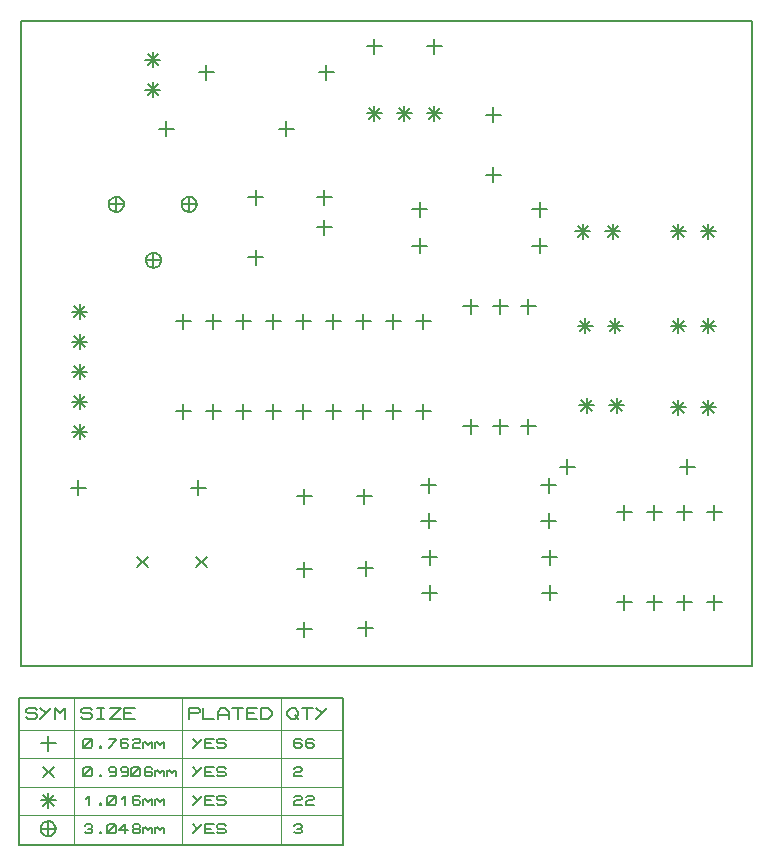
<source format=gbr>
G04 PROTEUS RS274X GERBER FILE*
%FSLAX45Y45*%
%MOMM*%
G01*
%ADD19C,0.203200*%
%ADD70C,0.127000*%
%ADD28C,0.063500*%
D19*
X-2390000Y+823500D02*
X-2390000Y+696500D01*
X-2453500Y+760000D02*
X-2326500Y+760000D01*
X-2644000Y+823500D02*
X-2644000Y+696500D01*
X-2707500Y+760000D02*
X-2580500Y+760000D01*
X-2898000Y+823500D02*
X-2898000Y+696500D01*
X-2961500Y+760000D02*
X-2834500Y+760000D01*
X-3152000Y+823500D02*
X-3152000Y+696500D01*
X-3215500Y+760000D02*
X-3088500Y+760000D01*
X-3406000Y+823500D02*
X-3406000Y+696500D01*
X-3469500Y+760000D02*
X-3342500Y+760000D01*
X-3660000Y+823500D02*
X-3660000Y+696500D01*
X-3723500Y+760000D02*
X-3596500Y+760000D01*
X-3914000Y+823500D02*
X-3914000Y+696500D01*
X-3977500Y+760000D02*
X-3850500Y+760000D01*
X-4168000Y+823500D02*
X-4168000Y+696500D01*
X-4231500Y+760000D02*
X-4104500Y+760000D01*
X-4422000Y+823500D02*
X-4422000Y+696500D01*
X-4485500Y+760000D02*
X-4358500Y+760000D01*
X-4422000Y+61500D02*
X-4422000Y-65500D01*
X-4485500Y-2000D02*
X-4358500Y-2000D01*
X-4168000Y+61500D02*
X-4168000Y-65500D01*
X-4231500Y-2000D02*
X-4104500Y-2000D01*
X-3914000Y+61500D02*
X-3914000Y-65500D01*
X-3977500Y-2000D02*
X-3850500Y-2000D01*
X-3660000Y+61500D02*
X-3660000Y-65500D01*
X-3723500Y-2000D02*
X-3596500Y-2000D01*
X-3406000Y+61500D02*
X-3406000Y-65500D01*
X-3469500Y-2000D02*
X-3342500Y-2000D01*
X-3152000Y+61500D02*
X-3152000Y-65500D01*
X-3215500Y-2000D02*
X-3088500Y-2000D01*
X-2898000Y+61500D02*
X-2898000Y-65500D01*
X-2961500Y-2000D02*
X-2834500Y-2000D01*
X-2644000Y+61500D02*
X-2644000Y-65500D01*
X-2707500Y-2000D02*
X-2580500Y-2000D01*
X-2390000Y+61500D02*
X-2390000Y-65500D01*
X-2453500Y-2000D02*
X-2326500Y-2000D01*
X-1990000Y-66500D02*
X-1990000Y-193500D01*
X-2053500Y-130000D02*
X-1926500Y-130000D01*
X-1990000Y+949500D02*
X-1990000Y+822500D01*
X-2053500Y+886000D02*
X-1926500Y+886000D01*
X-1740000Y-66500D02*
X-1740000Y-193500D01*
X-1803500Y-130000D02*
X-1676500Y-130000D01*
X-1740000Y+949500D02*
X-1740000Y+822500D01*
X-1803500Y+886000D02*
X-1676500Y+886000D01*
X-1500000Y-66500D02*
X-1500000Y-193500D01*
X-1563500Y-130000D02*
X-1436500Y-130000D01*
X-1500000Y+949500D02*
X-1500000Y+822500D01*
X-1563500Y+886000D02*
X-1436500Y+886000D01*
X-1320000Y-1476500D02*
X-1320000Y-1603500D01*
X-1383500Y-1540000D02*
X-1256500Y-1540000D01*
X-2336000Y-1476500D02*
X-2336000Y-1603500D01*
X-2399500Y-1540000D02*
X-2272500Y-1540000D01*
X-1320000Y-1176500D02*
X-1320000Y-1303500D01*
X-1383500Y-1240000D02*
X-1256500Y-1240000D01*
X-2336000Y-1176500D02*
X-2336000Y-1303500D01*
X-2399500Y-1240000D02*
X-2272500Y-1240000D01*
X-1330000Y-866500D02*
X-1330000Y-993500D01*
X-1393500Y-930000D02*
X-1266500Y-930000D01*
X-2346000Y-866500D02*
X-2346000Y-993500D01*
X-2409500Y-930000D02*
X-2282500Y-930000D01*
X-1330000Y-566500D02*
X-1330000Y-693500D01*
X-1393500Y-630000D02*
X-1266500Y-630000D01*
X-2346000Y-566500D02*
X-2346000Y-693500D01*
X-2409500Y-630000D02*
X-2282500Y-630000D01*
X-2890000Y-656500D02*
X-2890000Y-783500D01*
X-2953500Y-720000D02*
X-2826500Y-720000D01*
X-3398000Y-656500D02*
X-3398000Y-783500D01*
X-3461500Y-720000D02*
X-3334500Y-720000D01*
X-2880000Y-1776500D02*
X-2880000Y-1903500D01*
X-2943500Y-1840000D02*
X-2816500Y-1840000D01*
X-2880000Y-1268500D02*
X-2880000Y-1395500D01*
X-2943500Y-1332000D02*
X-2816500Y-1332000D01*
X-3400000Y-1786500D02*
X-3400000Y-1913500D01*
X-3463500Y-1850000D02*
X-3336500Y-1850000D01*
X-3400000Y-1278500D02*
X-3400000Y-1405500D01*
X-3463500Y-1342000D02*
X-3336500Y-1342000D01*
X-2300000Y+3152540D02*
X-2300000Y+3025540D01*
X-2363500Y+3089040D02*
X-2236500Y+3089040D01*
X-2808000Y+3152540D02*
X-2808000Y+3025540D01*
X-2871500Y+3089040D02*
X-2744500Y+3089040D01*
X-690000Y-1556500D02*
X-690000Y-1683500D01*
X-753500Y-1620000D02*
X-626500Y-1620000D01*
X-436000Y-1556500D02*
X-436000Y-1683500D01*
X-499500Y-1620000D02*
X-372500Y-1620000D01*
X-182000Y-1556500D02*
X-182000Y-1683500D01*
X-245500Y-1620000D02*
X-118500Y-1620000D01*
X+72000Y-1556500D02*
X+72000Y-1683500D01*
X+8500Y-1620000D02*
X+135500Y-1620000D01*
X+72000Y-794500D02*
X+72000Y-921500D01*
X+8500Y-858000D02*
X+135500Y-858000D01*
X-182000Y-794500D02*
X-182000Y-921500D01*
X-245500Y-858000D02*
X-118500Y-858000D01*
X-436000Y-794500D02*
X-436000Y-921500D01*
X-499500Y-858000D02*
X-372500Y-858000D01*
X-690000Y-794500D02*
X-690000Y-921500D01*
X-753500Y-858000D02*
X-626500Y-858000D01*
X-1040000Y+1583500D02*
X-1040000Y+1456500D01*
X-1103500Y+1520000D02*
X-976500Y+1520000D01*
X-1084901Y+1564901D02*
X-995099Y+1475099D01*
X-1084901Y+1475099D02*
X-995099Y+1564901D01*
X-786000Y+1583500D02*
X-786000Y+1456500D01*
X-849500Y+1520000D02*
X-722500Y+1520000D01*
X-830901Y+1564901D02*
X-741099Y+1475099D01*
X-830901Y+1475099D02*
X-741099Y+1564901D01*
X-230000Y+1583500D02*
X-230000Y+1456500D01*
X-293500Y+1520000D02*
X-166500Y+1520000D01*
X-274901Y+1564901D02*
X-185099Y+1475099D01*
X-274901Y+1475099D02*
X-185099Y+1564901D01*
X+24000Y+1583500D02*
X+24000Y+1456500D01*
X-39500Y+1520000D02*
X+87500Y+1520000D01*
X-20901Y+1564901D02*
X+68901Y+1475099D01*
X-20901Y+1475099D02*
X+68901Y+1564901D01*
X-1020000Y+783500D02*
X-1020000Y+656500D01*
X-1083500Y+720000D02*
X-956500Y+720000D01*
X-1064901Y+764901D02*
X-975099Y+675099D01*
X-1064901Y+675099D02*
X-975099Y+764901D01*
X-766000Y+783500D02*
X-766000Y+656500D01*
X-829500Y+720000D02*
X-702500Y+720000D01*
X-810901Y+764901D02*
X-721099Y+675099D01*
X-810901Y+675099D02*
X-721099Y+764901D01*
X-230000Y+783500D02*
X-230000Y+656500D01*
X-293500Y+720000D02*
X-166500Y+720000D01*
X-274901Y+764901D02*
X-185099Y+675099D01*
X-274901Y+675099D02*
X-185099Y+764901D01*
X+24000Y+783500D02*
X+24000Y+656500D01*
X-39500Y+720000D02*
X+87500Y+720000D01*
X-20901Y+764901D02*
X+68901Y+675099D01*
X-20901Y+675099D02*
X+68901Y+764901D01*
X-1008500Y+112000D02*
X-1008500Y-15000D01*
X-1072000Y+48500D02*
X-945000Y+48500D01*
X-1053401Y+93401D02*
X-963599Y+3599D01*
X-1053401Y+3599D02*
X-963599Y+93401D01*
X-754500Y+112000D02*
X-754500Y-15000D01*
X-818000Y+48500D02*
X-691000Y+48500D01*
X-799401Y+93401D02*
X-709599Y+3599D01*
X-799401Y+3599D02*
X-709599Y+93401D01*
X-230000Y+93500D02*
X-230000Y-33500D01*
X-293500Y+30000D02*
X-166500Y+30000D01*
X-274901Y+74901D02*
X-185099Y-14901D01*
X-274901Y-14901D02*
X-185099Y+74901D01*
X+24000Y+93500D02*
X+24000Y-33500D01*
X-39500Y+30000D02*
X+87500Y+30000D01*
X-20901Y+74901D02*
X+68901Y-14901D01*
X-20901Y-14901D02*
X+68901Y+74901D01*
X-1170000Y-406500D02*
X-1170000Y-533500D01*
X-1233500Y-470000D02*
X-1106500Y-470000D01*
X-154000Y-406500D02*
X-154000Y-533500D01*
X-217500Y-470000D02*
X-90500Y-470000D01*
X-2420000Y+1773500D02*
X-2420000Y+1646500D01*
X-2483500Y+1710000D02*
X-2356500Y+1710000D01*
X-1404000Y+1773500D02*
X-1404000Y+1646500D01*
X-1467500Y+1710000D02*
X-1340500Y+1710000D01*
X-2420000Y+1463500D02*
X-2420000Y+1336500D01*
X-2483500Y+1400000D02*
X-2356500Y+1400000D01*
X-1404000Y+1463500D02*
X-1404000Y+1336500D01*
X-1467500Y+1400000D02*
X-1340500Y+1400000D01*
X-5310000Y-586500D02*
X-5310000Y-713500D01*
X-5373500Y-650000D02*
X-5246500Y-650000D01*
X-4294000Y-586500D02*
X-4294000Y-713500D01*
X-4357500Y-650000D02*
X-4230500Y-650000D01*
X-5300000Y+903500D02*
X-5300000Y+776500D01*
X-5363500Y+840000D02*
X-5236500Y+840000D01*
X-5344901Y+884901D02*
X-5255099Y+795099D01*
X-5344901Y+795099D02*
X-5255099Y+884901D01*
X-5300000Y+649500D02*
X-5300000Y+522500D01*
X-5363500Y+586000D02*
X-5236500Y+586000D01*
X-5344901Y+630901D02*
X-5255099Y+541099D01*
X-5344901Y+541099D02*
X-5255099Y+630901D01*
X-5300000Y+395500D02*
X-5300000Y+268500D01*
X-5363500Y+332000D02*
X-5236500Y+332000D01*
X-5344901Y+376901D02*
X-5255099Y+287099D01*
X-5344901Y+287099D02*
X-5255099Y+376901D01*
X-5300000Y+141500D02*
X-5300000Y+14500D01*
X-5363500Y+78000D02*
X-5236500Y+78000D01*
X-5344901Y+122901D02*
X-5255099Y+33099D01*
X-5344901Y+33099D02*
X-5255099Y+122901D01*
X-5300000Y-112500D02*
X-5300000Y-239500D01*
X-5363500Y-176000D02*
X-5236500Y-176000D01*
X-5344901Y-131099D02*
X-5255099Y-220901D01*
X-5344901Y-220901D02*
X-5255099Y-131099D01*
X-4926500Y+1750000D02*
X-4926717Y+1755247D01*
X-4928482Y+1765742D01*
X-4932174Y+1776237D01*
X-4938202Y+1786732D01*
X-4947424Y+1797112D01*
X-4957919Y+1804800D01*
X-4968414Y+1809718D01*
X-4978909Y+1812524D01*
X-4989404Y+1813497D01*
X-4990000Y+1813500D01*
X-5053500Y+1750000D02*
X-5053283Y+1755247D01*
X-5051518Y+1765742D01*
X-5047826Y+1776237D01*
X-5041798Y+1786732D01*
X-5032576Y+1797112D01*
X-5022081Y+1804800D01*
X-5011586Y+1809718D01*
X-5001091Y+1812524D01*
X-4990596Y+1813497D01*
X-4990000Y+1813500D01*
X-5053500Y+1750000D02*
X-5053283Y+1744753D01*
X-5051518Y+1734258D01*
X-5047826Y+1723763D01*
X-5041798Y+1713268D01*
X-5032576Y+1702888D01*
X-5022081Y+1695200D01*
X-5011586Y+1690282D01*
X-5001091Y+1687476D01*
X-4990596Y+1686503D01*
X-4990000Y+1686500D01*
X-4926500Y+1750000D02*
X-4926717Y+1744753D01*
X-4928482Y+1734258D01*
X-4932174Y+1723763D01*
X-4938202Y+1713268D01*
X-4947424Y+1702888D01*
X-4957919Y+1695200D01*
X-4968414Y+1690282D01*
X-4978909Y+1687476D01*
X-4989404Y+1686503D01*
X-4990000Y+1686500D01*
X-4990000Y+1813500D02*
X-4990000Y+1686500D01*
X-5053500Y+1750000D02*
X-4926500Y+1750000D01*
X-4611540Y+1277560D02*
X-4611757Y+1282807D01*
X-4613522Y+1293302D01*
X-4617214Y+1303797D01*
X-4623242Y+1314292D01*
X-4632464Y+1324672D01*
X-4642959Y+1332360D01*
X-4653454Y+1337278D01*
X-4663949Y+1340084D01*
X-4674444Y+1341057D01*
X-4675040Y+1341060D01*
X-4738540Y+1277560D02*
X-4738323Y+1282807D01*
X-4736558Y+1293302D01*
X-4732866Y+1303797D01*
X-4726838Y+1314292D01*
X-4717616Y+1324672D01*
X-4707121Y+1332360D01*
X-4696626Y+1337278D01*
X-4686131Y+1340084D01*
X-4675636Y+1341057D01*
X-4675040Y+1341060D01*
X-4738540Y+1277560D02*
X-4738323Y+1272313D01*
X-4736558Y+1261818D01*
X-4732866Y+1251323D01*
X-4726838Y+1240828D01*
X-4717616Y+1230448D01*
X-4707121Y+1222760D01*
X-4696626Y+1217842D01*
X-4686131Y+1215036D01*
X-4675636Y+1214063D01*
X-4675040Y+1214060D01*
X-4611540Y+1277560D02*
X-4611757Y+1272313D01*
X-4613522Y+1261818D01*
X-4617214Y+1251323D01*
X-4623242Y+1240828D01*
X-4632464Y+1230448D01*
X-4642959Y+1222760D01*
X-4653454Y+1217842D01*
X-4663949Y+1215036D01*
X-4674444Y+1214063D01*
X-4675040Y+1214060D01*
X-4675040Y+1341060D02*
X-4675040Y+1214060D01*
X-4738540Y+1277560D02*
X-4611540Y+1277560D01*
X-4309280Y+1750000D02*
X-4309497Y+1755247D01*
X-4311262Y+1765742D01*
X-4314954Y+1776237D01*
X-4320982Y+1786732D01*
X-4330204Y+1797112D01*
X-4340699Y+1804800D01*
X-4351194Y+1809718D01*
X-4361689Y+1812524D01*
X-4372184Y+1813497D01*
X-4372780Y+1813500D01*
X-4436280Y+1750000D02*
X-4436063Y+1755247D01*
X-4434298Y+1765742D01*
X-4430606Y+1776237D01*
X-4424578Y+1786732D01*
X-4415356Y+1797112D01*
X-4404861Y+1804800D01*
X-4394366Y+1809718D01*
X-4383871Y+1812524D01*
X-4373376Y+1813497D01*
X-4372780Y+1813500D01*
X-4436280Y+1750000D02*
X-4436063Y+1744753D01*
X-4434298Y+1734258D01*
X-4430606Y+1723763D01*
X-4424578Y+1713268D01*
X-4415356Y+1702888D01*
X-4404861Y+1695200D01*
X-4394366Y+1690282D01*
X-4383871Y+1687476D01*
X-4373376Y+1686503D01*
X-4372780Y+1686500D01*
X-4309280Y+1750000D02*
X-4309497Y+1744753D01*
X-4311262Y+1734258D01*
X-4314954Y+1723763D01*
X-4320982Y+1713268D01*
X-4330204Y+1702888D01*
X-4340699Y+1695200D01*
X-4351194Y+1690282D01*
X-4361689Y+1687476D01*
X-4372184Y+1686503D01*
X-4372780Y+1686500D01*
X-4372780Y+1813500D02*
X-4372780Y+1686500D01*
X-4436280Y+1750000D02*
X-4309280Y+1750000D01*
X-4566000Y+2453500D02*
X-4566000Y+2326500D01*
X-4629500Y+2390000D02*
X-4502500Y+2390000D01*
X-3550000Y+2453500D02*
X-3550000Y+2326500D01*
X-3613500Y+2390000D02*
X-3486500Y+2390000D01*
X-4680000Y+2783500D02*
X-4680000Y+2656500D01*
X-4743500Y+2720000D02*
X-4616500Y+2720000D01*
X-4724901Y+2764901D02*
X-4635099Y+2675099D01*
X-4724901Y+2675099D02*
X-4635099Y+2764901D01*
X-4680000Y+3037500D02*
X-4680000Y+2910500D01*
X-4743500Y+2974000D02*
X-4616500Y+2974000D01*
X-4724901Y+3018901D02*
X-4635099Y+2929099D01*
X-4724901Y+2929099D02*
X-4635099Y+3018901D01*
X-4230000Y+2933500D02*
X-4230000Y+2806500D01*
X-4293500Y+2870000D02*
X-4166500Y+2870000D01*
X-3214000Y+2933500D02*
X-3214000Y+2806500D01*
X-3277500Y+2870000D02*
X-3150500Y+2870000D01*
X-2804000Y+2583500D02*
X-2804000Y+2456500D01*
X-2867500Y+2520000D02*
X-2740500Y+2520000D01*
X-2848901Y+2564901D02*
X-2759099Y+2475099D01*
X-2848901Y+2475099D02*
X-2759099Y+2564901D01*
X-2550000Y+2583500D02*
X-2550000Y+2456500D01*
X-2613500Y+2520000D02*
X-2486500Y+2520000D01*
X-2594901Y+2564901D02*
X-2505099Y+2475099D01*
X-2594901Y+2475099D02*
X-2505099Y+2564901D01*
X-2296000Y+2583500D02*
X-2296000Y+2456500D01*
X-2359500Y+2520000D02*
X-2232500Y+2520000D01*
X-2340901Y+2564901D02*
X-2251099Y+2475099D01*
X-2340901Y+2475099D02*
X-2251099Y+2564901D01*
X-3810000Y+1873500D02*
X-3810000Y+1746500D01*
X-3873500Y+1810000D02*
X-3746500Y+1810000D01*
X-3810000Y+1365500D02*
X-3810000Y+1238500D01*
X-3873500Y+1302000D02*
X-3746500Y+1302000D01*
X-3230000Y+1873500D02*
X-3230000Y+1746500D01*
X-3293500Y+1810000D02*
X-3166500Y+1810000D01*
X-3230000Y+1619500D02*
X-3230000Y+1492500D01*
X-3293500Y+1556000D02*
X-3166500Y+1556000D01*
X-1800000Y+2063500D02*
X-1800000Y+1936500D01*
X-1863500Y+2000000D02*
X-1736500Y+2000000D01*
X-1800000Y+2571500D02*
X-1800000Y+2444500D01*
X-1863500Y+2508000D02*
X-1736500Y+2508000D01*
X-4814901Y-1235099D02*
X-4725099Y-1324901D01*
X-4814901Y-1324901D02*
X-4725099Y-1235099D01*
X-4314901Y-1235099D02*
X-4225099Y-1324901D01*
X-4314901Y-1324901D02*
X-4225099Y-1235099D01*
X-5800000Y-2160000D02*
X+390000Y-2160000D01*
X+390000Y+3300000D01*
X-5800000Y+3300000D01*
X-5800000Y-2160000D01*
D70*
X-5812700Y-3671300D02*
X-3066960Y-3671300D01*
X-3066960Y-2426700D01*
X-5812700Y-2426700D01*
X-5812700Y-3671300D01*
D28*
X-5345338Y-2426700D02*
X-5345338Y-3671300D01*
X-4430938Y-2426700D02*
X-4430938Y-3671300D01*
X-3597818Y-2426700D02*
X-3597818Y-3671300D01*
X-5812700Y-2699750D02*
X-3066960Y-2699750D01*
X-5812700Y-2941050D02*
X-3066960Y-2941050D01*
X-5812700Y-3182350D02*
X-3066960Y-3182350D01*
X-5812700Y-3423650D02*
X-3066960Y-3423650D01*
D70*
X-5755550Y-2590530D02*
X-5740310Y-2605770D01*
X-5679350Y-2605770D01*
X-5664110Y-2590530D01*
X-5664110Y-2575290D01*
X-5679350Y-2560050D01*
X-5740310Y-2560050D01*
X-5755550Y-2544810D01*
X-5755550Y-2529570D01*
X-5740310Y-2514330D01*
X-5679350Y-2514330D01*
X-5664110Y-2529570D01*
X-5542190Y-2514330D02*
X-5633630Y-2605770D01*
X-5633630Y-2514330D02*
X-5587910Y-2560050D01*
X-5511710Y-2605770D02*
X-5511710Y-2514330D01*
X-5465990Y-2560050D01*
X-5420270Y-2514330D01*
X-5420270Y-2605770D01*
X-5288190Y-2590530D02*
X-5272950Y-2605770D01*
X-5211990Y-2605770D01*
X-5196750Y-2590530D01*
X-5196750Y-2575290D01*
X-5211990Y-2560050D01*
X-5272950Y-2560050D01*
X-5288190Y-2544810D01*
X-5288190Y-2529570D01*
X-5272950Y-2514330D01*
X-5211990Y-2514330D01*
X-5196750Y-2529570D01*
X-5151030Y-2514330D02*
X-5090070Y-2514330D01*
X-5120550Y-2514330D02*
X-5120550Y-2605770D01*
X-5151030Y-2605770D02*
X-5090070Y-2605770D01*
X-5044350Y-2514330D02*
X-4952910Y-2514330D01*
X-5044350Y-2605770D01*
X-4952910Y-2605770D01*
X-4830990Y-2605770D02*
X-4922430Y-2605770D01*
X-4922430Y-2514330D01*
X-4830990Y-2514330D01*
X-4922430Y-2560050D02*
X-4861470Y-2560050D01*
X-4373790Y-2605770D02*
X-4373790Y-2514330D01*
X-4297590Y-2514330D01*
X-4282350Y-2529570D01*
X-4282350Y-2544810D01*
X-4297590Y-2560050D01*
X-4373790Y-2560050D01*
X-4251870Y-2514330D02*
X-4251870Y-2605770D01*
X-4160430Y-2605770D01*
X-4129950Y-2605770D02*
X-4129950Y-2544810D01*
X-4099470Y-2514330D01*
X-4068990Y-2514330D01*
X-4038510Y-2544810D01*
X-4038510Y-2605770D01*
X-4129950Y-2575290D02*
X-4038510Y-2575290D01*
X-4008030Y-2514330D02*
X-3916590Y-2514330D01*
X-3962310Y-2514330D02*
X-3962310Y-2605770D01*
X-3794670Y-2605770D02*
X-3886110Y-2605770D01*
X-3886110Y-2514330D01*
X-3794670Y-2514330D01*
X-3886110Y-2560050D02*
X-3825150Y-2560050D01*
X-3764190Y-2605770D02*
X-3764190Y-2514330D01*
X-3703230Y-2514330D01*
X-3672750Y-2544810D01*
X-3672750Y-2575290D01*
X-3703230Y-2605770D01*
X-3764190Y-2605770D01*
X-3540670Y-2544810D02*
X-3510190Y-2514330D01*
X-3479710Y-2514330D01*
X-3449230Y-2544810D01*
X-3449230Y-2575290D01*
X-3479710Y-2605770D01*
X-3510190Y-2605770D01*
X-3540670Y-2575290D01*
X-3540670Y-2544810D01*
X-3479710Y-2575290D02*
X-3449230Y-2605770D01*
X-3418750Y-2514330D02*
X-3327310Y-2514330D01*
X-3373030Y-2514330D02*
X-3373030Y-2605770D01*
X-3205390Y-2514330D02*
X-3296830Y-2605770D01*
X-3296830Y-2514330D02*
X-3251110Y-2560050D01*
D19*
X-5566320Y-2750550D02*
X-5566320Y-2877550D01*
X-5629820Y-2814050D02*
X-5502820Y-2814050D01*
D70*
X-5269140Y-2839450D02*
X-5269140Y-2788650D01*
X-5256440Y-2775950D01*
X-5205640Y-2775950D01*
X-5192940Y-2788650D01*
X-5192940Y-2839450D01*
X-5205640Y-2852150D01*
X-5256440Y-2852150D01*
X-5269140Y-2839450D01*
X-5269140Y-2852150D02*
X-5192940Y-2775950D01*
X-5129440Y-2839450D02*
X-5116740Y-2839450D01*
X-5116740Y-2852150D01*
X-5129440Y-2852150D01*
X-5129440Y-2839450D01*
X-5053240Y-2775950D02*
X-4989740Y-2775950D01*
X-4989740Y-2788650D01*
X-5053240Y-2852150D01*
X-4888140Y-2788650D02*
X-4900840Y-2775950D01*
X-4938940Y-2775950D01*
X-4951640Y-2788650D01*
X-4951640Y-2839450D01*
X-4938940Y-2852150D01*
X-4900840Y-2852150D01*
X-4888140Y-2839450D01*
X-4888140Y-2826750D01*
X-4900840Y-2814050D01*
X-4951640Y-2814050D01*
X-4850040Y-2788650D02*
X-4837340Y-2775950D01*
X-4799240Y-2775950D01*
X-4786540Y-2788650D01*
X-4786540Y-2801350D01*
X-4799240Y-2814050D01*
X-4837340Y-2814050D01*
X-4850040Y-2826750D01*
X-4850040Y-2852150D01*
X-4786540Y-2852150D01*
X-4761140Y-2852150D02*
X-4761140Y-2801350D01*
X-4761140Y-2814050D02*
X-4748440Y-2801350D01*
X-4723040Y-2826750D01*
X-4697640Y-2801350D01*
X-4684940Y-2814050D01*
X-4684940Y-2852150D01*
X-4659540Y-2852150D02*
X-4659540Y-2801350D01*
X-4659540Y-2814050D02*
X-4646840Y-2801350D01*
X-4621440Y-2826750D01*
X-4596040Y-2801350D01*
X-4583340Y-2814050D01*
X-4583340Y-2852150D01*
X-4265840Y-2775950D02*
X-4342040Y-2852150D01*
X-4342040Y-2775950D02*
X-4303940Y-2814050D01*
X-4164240Y-2852150D02*
X-4240440Y-2852150D01*
X-4240440Y-2775950D01*
X-4164240Y-2775950D01*
X-4240440Y-2814050D02*
X-4189640Y-2814050D01*
X-4138840Y-2839450D02*
X-4126140Y-2852150D01*
X-4075340Y-2852150D01*
X-4062640Y-2839450D01*
X-4062640Y-2826750D01*
X-4075340Y-2814050D01*
X-4126140Y-2814050D01*
X-4138840Y-2801350D01*
X-4138840Y-2788650D01*
X-4126140Y-2775950D01*
X-4075340Y-2775950D01*
X-4062640Y-2788650D01*
X-3420020Y-2788650D02*
X-3432720Y-2775950D01*
X-3470820Y-2775950D01*
X-3483520Y-2788650D01*
X-3483520Y-2839450D01*
X-3470820Y-2852150D01*
X-3432720Y-2852150D01*
X-3420020Y-2839450D01*
X-3420020Y-2826750D01*
X-3432720Y-2814050D01*
X-3483520Y-2814050D01*
X-3318420Y-2788650D02*
X-3331120Y-2775950D01*
X-3369220Y-2775950D01*
X-3381920Y-2788650D01*
X-3381920Y-2839450D01*
X-3369220Y-2852150D01*
X-3331120Y-2852150D01*
X-3318420Y-2839450D01*
X-3318420Y-2826750D01*
X-3331120Y-2814050D01*
X-3381920Y-2814050D01*
D19*
X-5611221Y-3010449D02*
X-5521419Y-3100251D01*
X-5611221Y-3100251D02*
X-5521419Y-3010449D01*
D70*
X-5269140Y-3080750D02*
X-5269140Y-3029950D01*
X-5256440Y-3017250D01*
X-5205640Y-3017250D01*
X-5192940Y-3029950D01*
X-5192940Y-3080750D01*
X-5205640Y-3093450D01*
X-5256440Y-3093450D01*
X-5269140Y-3080750D01*
X-5269140Y-3093450D02*
X-5192940Y-3017250D01*
X-5129440Y-3080750D02*
X-5116740Y-3080750D01*
X-5116740Y-3093450D01*
X-5129440Y-3093450D01*
X-5129440Y-3080750D01*
X-4989740Y-3042650D02*
X-5002440Y-3055350D01*
X-5040540Y-3055350D01*
X-5053240Y-3042650D01*
X-5053240Y-3029950D01*
X-5040540Y-3017250D01*
X-5002440Y-3017250D01*
X-4989740Y-3029950D01*
X-4989740Y-3080750D01*
X-5002440Y-3093450D01*
X-5040540Y-3093450D01*
X-4888140Y-3042650D02*
X-4900840Y-3055350D01*
X-4938940Y-3055350D01*
X-4951640Y-3042650D01*
X-4951640Y-3029950D01*
X-4938940Y-3017250D01*
X-4900840Y-3017250D01*
X-4888140Y-3029950D01*
X-4888140Y-3080750D01*
X-4900840Y-3093450D01*
X-4938940Y-3093450D01*
X-4862740Y-3080750D02*
X-4862740Y-3029950D01*
X-4850040Y-3017250D01*
X-4799240Y-3017250D01*
X-4786540Y-3029950D01*
X-4786540Y-3080750D01*
X-4799240Y-3093450D01*
X-4850040Y-3093450D01*
X-4862740Y-3080750D01*
X-4862740Y-3093450D02*
X-4786540Y-3017250D01*
X-4684940Y-3029950D02*
X-4697640Y-3017250D01*
X-4735740Y-3017250D01*
X-4748440Y-3029950D01*
X-4748440Y-3080750D01*
X-4735740Y-3093450D01*
X-4697640Y-3093450D01*
X-4684940Y-3080750D01*
X-4684940Y-3068050D01*
X-4697640Y-3055350D01*
X-4748440Y-3055350D01*
X-4659540Y-3093450D02*
X-4659540Y-3042650D01*
X-4659540Y-3055350D02*
X-4646840Y-3042650D01*
X-4621440Y-3068050D01*
X-4596040Y-3042650D01*
X-4583340Y-3055350D01*
X-4583340Y-3093450D01*
X-4557940Y-3093450D02*
X-4557940Y-3042650D01*
X-4557940Y-3055350D02*
X-4545240Y-3042650D01*
X-4519840Y-3068050D01*
X-4494440Y-3042650D01*
X-4481740Y-3055350D01*
X-4481740Y-3093450D01*
X-4265840Y-3017250D02*
X-4342040Y-3093450D01*
X-4342040Y-3017250D02*
X-4303940Y-3055350D01*
X-4164240Y-3093450D02*
X-4240440Y-3093450D01*
X-4240440Y-3017250D01*
X-4164240Y-3017250D01*
X-4240440Y-3055350D02*
X-4189640Y-3055350D01*
X-4138840Y-3080750D02*
X-4126140Y-3093450D01*
X-4075340Y-3093450D01*
X-4062640Y-3080750D01*
X-4062640Y-3068050D01*
X-4075340Y-3055350D01*
X-4126140Y-3055350D01*
X-4138840Y-3042650D01*
X-4138840Y-3029950D01*
X-4126140Y-3017250D01*
X-4075340Y-3017250D01*
X-4062640Y-3029950D01*
X-3483520Y-3029950D02*
X-3470820Y-3017250D01*
X-3432720Y-3017250D01*
X-3420020Y-3029950D01*
X-3420020Y-3042650D01*
X-3432720Y-3055350D01*
X-3470820Y-3055350D01*
X-3483520Y-3068050D01*
X-3483520Y-3093450D01*
X-3420020Y-3093450D01*
D19*
X-5566320Y-3233150D02*
X-5566320Y-3360150D01*
X-5629820Y-3296650D02*
X-5502820Y-3296650D01*
X-5611221Y-3251749D02*
X-5521419Y-3341551D01*
X-5611221Y-3341551D02*
X-5521419Y-3251749D01*
D70*
X-5243740Y-3283950D02*
X-5218340Y-3258550D01*
X-5218340Y-3334750D01*
X-5129440Y-3322050D02*
X-5116740Y-3322050D01*
X-5116740Y-3334750D01*
X-5129440Y-3334750D01*
X-5129440Y-3322050D01*
X-5065940Y-3322050D02*
X-5065940Y-3271250D01*
X-5053240Y-3258550D01*
X-5002440Y-3258550D01*
X-4989740Y-3271250D01*
X-4989740Y-3322050D01*
X-5002440Y-3334750D01*
X-5053240Y-3334750D01*
X-5065940Y-3322050D01*
X-5065940Y-3334750D02*
X-4989740Y-3258550D01*
X-4938940Y-3283950D02*
X-4913540Y-3258550D01*
X-4913540Y-3334750D01*
X-4786540Y-3271250D02*
X-4799240Y-3258550D01*
X-4837340Y-3258550D01*
X-4850040Y-3271250D01*
X-4850040Y-3322050D01*
X-4837340Y-3334750D01*
X-4799240Y-3334750D01*
X-4786540Y-3322050D01*
X-4786540Y-3309350D01*
X-4799240Y-3296650D01*
X-4850040Y-3296650D01*
X-4761140Y-3334750D02*
X-4761140Y-3283950D01*
X-4761140Y-3296650D02*
X-4748440Y-3283950D01*
X-4723040Y-3309350D01*
X-4697640Y-3283950D01*
X-4684940Y-3296650D01*
X-4684940Y-3334750D01*
X-4659540Y-3334750D02*
X-4659540Y-3283950D01*
X-4659540Y-3296650D02*
X-4646840Y-3283950D01*
X-4621440Y-3309350D01*
X-4596040Y-3283950D01*
X-4583340Y-3296650D01*
X-4583340Y-3334750D01*
X-4265840Y-3258550D02*
X-4342040Y-3334750D01*
X-4342040Y-3258550D02*
X-4303940Y-3296650D01*
X-4164240Y-3334750D02*
X-4240440Y-3334750D01*
X-4240440Y-3258550D01*
X-4164240Y-3258550D01*
X-4240440Y-3296650D02*
X-4189640Y-3296650D01*
X-4138840Y-3322050D02*
X-4126140Y-3334750D01*
X-4075340Y-3334750D01*
X-4062640Y-3322050D01*
X-4062640Y-3309350D01*
X-4075340Y-3296650D01*
X-4126140Y-3296650D01*
X-4138840Y-3283950D01*
X-4138840Y-3271250D01*
X-4126140Y-3258550D01*
X-4075340Y-3258550D01*
X-4062640Y-3271250D01*
X-3483520Y-3271250D02*
X-3470820Y-3258550D01*
X-3432720Y-3258550D01*
X-3420020Y-3271250D01*
X-3420020Y-3283950D01*
X-3432720Y-3296650D01*
X-3470820Y-3296650D01*
X-3483520Y-3309350D01*
X-3483520Y-3334750D01*
X-3420020Y-3334750D01*
X-3381920Y-3271250D02*
X-3369220Y-3258550D01*
X-3331120Y-3258550D01*
X-3318420Y-3271250D01*
X-3318420Y-3283950D01*
X-3331120Y-3296650D01*
X-3369220Y-3296650D01*
X-3381920Y-3309350D01*
X-3381920Y-3334750D01*
X-3318420Y-3334750D01*
D19*
X-5502820Y-3537950D02*
X-5503037Y-3532703D01*
X-5504802Y-3522208D01*
X-5508494Y-3511713D01*
X-5514522Y-3501218D01*
X-5523744Y-3490838D01*
X-5534239Y-3483150D01*
X-5544734Y-3478232D01*
X-5555229Y-3475426D01*
X-5565724Y-3474453D01*
X-5566320Y-3474450D01*
X-5629820Y-3537950D02*
X-5629603Y-3532703D01*
X-5627838Y-3522208D01*
X-5624146Y-3511713D01*
X-5618118Y-3501218D01*
X-5608896Y-3490838D01*
X-5598401Y-3483150D01*
X-5587906Y-3478232D01*
X-5577411Y-3475426D01*
X-5566916Y-3474453D01*
X-5566320Y-3474450D01*
X-5629820Y-3537950D02*
X-5629603Y-3543197D01*
X-5627838Y-3553692D01*
X-5624146Y-3564187D01*
X-5618118Y-3574682D01*
X-5608896Y-3585062D01*
X-5598401Y-3592750D01*
X-5587906Y-3597668D01*
X-5577411Y-3600474D01*
X-5566916Y-3601447D01*
X-5566320Y-3601450D01*
X-5502820Y-3537950D02*
X-5503037Y-3543197D01*
X-5504802Y-3553692D01*
X-5508494Y-3564187D01*
X-5514522Y-3574682D01*
X-5523744Y-3585062D01*
X-5534239Y-3592750D01*
X-5544734Y-3597668D01*
X-5555229Y-3600474D01*
X-5565724Y-3601447D01*
X-5566320Y-3601450D01*
X-5566320Y-3474450D02*
X-5566320Y-3601450D01*
X-5629820Y-3537950D02*
X-5502820Y-3537950D01*
D70*
X-5256440Y-3512550D02*
X-5243740Y-3499850D01*
X-5205640Y-3499850D01*
X-5192940Y-3512550D01*
X-5192940Y-3525250D01*
X-5205640Y-3537950D01*
X-5192940Y-3550650D01*
X-5192940Y-3563350D01*
X-5205640Y-3576050D01*
X-5243740Y-3576050D01*
X-5256440Y-3563350D01*
X-5231040Y-3537950D02*
X-5205640Y-3537950D01*
X-5129440Y-3563350D02*
X-5116740Y-3563350D01*
X-5116740Y-3576050D01*
X-5129440Y-3576050D01*
X-5129440Y-3563350D01*
X-5065940Y-3563350D02*
X-5065940Y-3512550D01*
X-5053240Y-3499850D01*
X-5002440Y-3499850D01*
X-4989740Y-3512550D01*
X-4989740Y-3563350D01*
X-5002440Y-3576050D01*
X-5053240Y-3576050D01*
X-5065940Y-3563350D01*
X-5065940Y-3576050D02*
X-4989740Y-3499850D01*
X-4888140Y-3550650D02*
X-4964340Y-3550650D01*
X-4913540Y-3499850D01*
X-4913540Y-3576050D01*
X-4837340Y-3537950D02*
X-4850040Y-3525250D01*
X-4850040Y-3512550D01*
X-4837340Y-3499850D01*
X-4799240Y-3499850D01*
X-4786540Y-3512550D01*
X-4786540Y-3525250D01*
X-4799240Y-3537950D01*
X-4837340Y-3537950D01*
X-4850040Y-3550650D01*
X-4850040Y-3563350D01*
X-4837340Y-3576050D01*
X-4799240Y-3576050D01*
X-4786540Y-3563350D01*
X-4786540Y-3550650D01*
X-4799240Y-3537950D01*
X-4761140Y-3576050D02*
X-4761140Y-3525250D01*
X-4761140Y-3537950D02*
X-4748440Y-3525250D01*
X-4723040Y-3550650D01*
X-4697640Y-3525250D01*
X-4684940Y-3537950D01*
X-4684940Y-3576050D01*
X-4659540Y-3576050D02*
X-4659540Y-3525250D01*
X-4659540Y-3537950D02*
X-4646840Y-3525250D01*
X-4621440Y-3550650D01*
X-4596040Y-3525250D01*
X-4583340Y-3537950D01*
X-4583340Y-3576050D01*
X-4265840Y-3499850D02*
X-4342040Y-3576050D01*
X-4342040Y-3499850D02*
X-4303940Y-3537950D01*
X-4164240Y-3576050D02*
X-4240440Y-3576050D01*
X-4240440Y-3499850D01*
X-4164240Y-3499850D01*
X-4240440Y-3537950D02*
X-4189640Y-3537950D01*
X-4138840Y-3563350D02*
X-4126140Y-3576050D01*
X-4075340Y-3576050D01*
X-4062640Y-3563350D01*
X-4062640Y-3550650D01*
X-4075340Y-3537950D01*
X-4126140Y-3537950D01*
X-4138840Y-3525250D01*
X-4138840Y-3512550D01*
X-4126140Y-3499850D01*
X-4075340Y-3499850D01*
X-4062640Y-3512550D01*
X-3483520Y-3512550D02*
X-3470820Y-3499850D01*
X-3432720Y-3499850D01*
X-3420020Y-3512550D01*
X-3420020Y-3525250D01*
X-3432720Y-3537950D01*
X-3420020Y-3550650D01*
X-3420020Y-3563350D01*
X-3432720Y-3576050D01*
X-3470820Y-3576050D01*
X-3483520Y-3563350D01*
X-3458120Y-3537950D02*
X-3432720Y-3537950D01*
M02*

</source>
